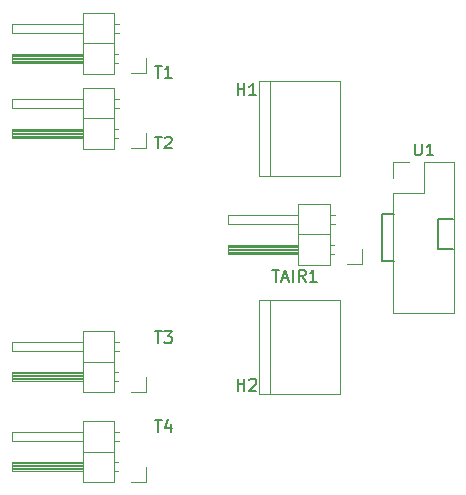
<source format=gto>
G04 #@! TF.GenerationSoftware,KiCad,Pcbnew,(5.1.6-0-10_14)*
G04 #@! TF.CreationDate,2020-08-07T14:48:58+09:00*
G04 #@! TF.ProjectId,con_lid_1x8,636f6e5f-6c69-4645-9f31-78382e6b6963,rev?*
G04 #@! TF.SameCoordinates,Original*
G04 #@! TF.FileFunction,Legend,Top*
G04 #@! TF.FilePolarity,Positive*
%FSLAX46Y46*%
G04 Gerber Fmt 4.6, Leading zero omitted, Abs format (unit mm)*
G04 Created by KiCad (PCBNEW (5.1.6-0-10_14)) date 2020-08-07 14:48:58*
%MOMM*%
%LPD*%
G01*
G04 APERTURE LIST*
%ADD10C,0.150000*%
%ADD11C,0.120000*%
G04 APERTURE END LIST*
D10*
X135000000Y-95000000D02*
X136000000Y-95000000D01*
X135000000Y-91000000D02*
X135000000Y-95000000D01*
X136000000Y-91000000D02*
X135000000Y-91000000D01*
X139700000Y-93980000D02*
X140970000Y-93980000D01*
X139700000Y-91440000D02*
X139700000Y-93980000D01*
X140970000Y-91440000D02*
X139700000Y-91440000D01*
D11*
G04 #@! TO.C,T1*
X112290000Y-79150000D02*
X112290000Y-73950000D01*
X112290000Y-73950000D02*
X109630000Y-73950000D01*
X109630000Y-73950000D02*
X109630000Y-79150000D01*
X109630000Y-79150000D02*
X112290000Y-79150000D01*
X109630000Y-78200000D02*
X103630000Y-78200000D01*
X103630000Y-78200000D02*
X103630000Y-77440000D01*
X103630000Y-77440000D02*
X109630000Y-77440000D01*
X109630000Y-78140000D02*
X103630000Y-78140000D01*
X109630000Y-78020000D02*
X103630000Y-78020000D01*
X109630000Y-77900000D02*
X103630000Y-77900000D01*
X109630000Y-77780000D02*
X103630000Y-77780000D01*
X109630000Y-77660000D02*
X103630000Y-77660000D01*
X109630000Y-77540000D02*
X103630000Y-77540000D01*
X112620000Y-78200000D02*
X112290000Y-78200000D01*
X112620000Y-77440000D02*
X112290000Y-77440000D01*
X112290000Y-76550000D02*
X109630000Y-76550000D01*
X109630000Y-75660000D02*
X103630000Y-75660000D01*
X103630000Y-75660000D02*
X103630000Y-74900000D01*
X103630000Y-74900000D02*
X109630000Y-74900000D01*
X112687071Y-75660000D02*
X112290000Y-75660000D01*
X112687071Y-74900000D02*
X112290000Y-74900000D01*
X115000000Y-77820000D02*
X115000000Y-79090000D01*
X115000000Y-79090000D02*
X113730000Y-79090000D01*
G04 #@! TO.C,T2*
X115000000Y-85440000D02*
X113730000Y-85440000D01*
X115000000Y-84170000D02*
X115000000Y-85440000D01*
X112687071Y-81250000D02*
X112290000Y-81250000D01*
X112687071Y-82010000D02*
X112290000Y-82010000D01*
X103630000Y-81250000D02*
X109630000Y-81250000D01*
X103630000Y-82010000D02*
X103630000Y-81250000D01*
X109630000Y-82010000D02*
X103630000Y-82010000D01*
X112290000Y-82900000D02*
X109630000Y-82900000D01*
X112620000Y-83790000D02*
X112290000Y-83790000D01*
X112620000Y-84550000D02*
X112290000Y-84550000D01*
X109630000Y-83890000D02*
X103630000Y-83890000D01*
X109630000Y-84010000D02*
X103630000Y-84010000D01*
X109630000Y-84130000D02*
X103630000Y-84130000D01*
X109630000Y-84250000D02*
X103630000Y-84250000D01*
X109630000Y-84370000D02*
X103630000Y-84370000D01*
X109630000Y-84490000D02*
X103630000Y-84490000D01*
X103630000Y-83790000D02*
X109630000Y-83790000D01*
X103630000Y-84550000D02*
X103630000Y-83790000D01*
X109630000Y-84550000D02*
X103630000Y-84550000D01*
X109630000Y-85500000D02*
X112290000Y-85500000D01*
X109630000Y-80300000D02*
X109630000Y-85500000D01*
X112290000Y-80300000D02*
X109630000Y-80300000D01*
X112290000Y-85500000D02*
X112290000Y-80300000D01*
G04 #@! TO.C,T3*
X112290000Y-106120000D02*
X112290000Y-100920000D01*
X112290000Y-100920000D02*
X109630000Y-100920000D01*
X109630000Y-100920000D02*
X109630000Y-106120000D01*
X109630000Y-106120000D02*
X112290000Y-106120000D01*
X109630000Y-105170000D02*
X103630000Y-105170000D01*
X103630000Y-105170000D02*
X103630000Y-104410000D01*
X103630000Y-104410000D02*
X109630000Y-104410000D01*
X109630000Y-105110000D02*
X103630000Y-105110000D01*
X109630000Y-104990000D02*
X103630000Y-104990000D01*
X109630000Y-104870000D02*
X103630000Y-104870000D01*
X109630000Y-104750000D02*
X103630000Y-104750000D01*
X109630000Y-104630000D02*
X103630000Y-104630000D01*
X109630000Y-104510000D02*
X103630000Y-104510000D01*
X112620000Y-105170000D02*
X112290000Y-105170000D01*
X112620000Y-104410000D02*
X112290000Y-104410000D01*
X112290000Y-103520000D02*
X109630000Y-103520000D01*
X109630000Y-102630000D02*
X103630000Y-102630000D01*
X103630000Y-102630000D02*
X103630000Y-101870000D01*
X103630000Y-101870000D02*
X109630000Y-101870000D01*
X112687071Y-102630000D02*
X112290000Y-102630000D01*
X112687071Y-101870000D02*
X112290000Y-101870000D01*
X115000000Y-104790000D02*
X115000000Y-106060000D01*
X115000000Y-106060000D02*
X113730000Y-106060000D01*
G04 #@! TO.C,T4*
X115000000Y-113680000D02*
X113730000Y-113680000D01*
X115000000Y-112410000D02*
X115000000Y-113680000D01*
X112687071Y-109490000D02*
X112290000Y-109490000D01*
X112687071Y-110250000D02*
X112290000Y-110250000D01*
X103630000Y-109490000D02*
X109630000Y-109490000D01*
X103630000Y-110250000D02*
X103630000Y-109490000D01*
X109630000Y-110250000D02*
X103630000Y-110250000D01*
X112290000Y-111140000D02*
X109630000Y-111140000D01*
X112620000Y-112030000D02*
X112290000Y-112030000D01*
X112620000Y-112790000D02*
X112290000Y-112790000D01*
X109630000Y-112130000D02*
X103630000Y-112130000D01*
X109630000Y-112250000D02*
X103630000Y-112250000D01*
X109630000Y-112370000D02*
X103630000Y-112370000D01*
X109630000Y-112490000D02*
X103630000Y-112490000D01*
X109630000Y-112610000D02*
X103630000Y-112610000D01*
X109630000Y-112730000D02*
X103630000Y-112730000D01*
X103630000Y-112030000D02*
X109630000Y-112030000D01*
X103630000Y-112790000D02*
X103630000Y-112030000D01*
X109630000Y-112790000D02*
X103630000Y-112790000D01*
X109630000Y-113740000D02*
X112290000Y-113740000D01*
X109630000Y-108540000D02*
X109630000Y-113740000D01*
X112290000Y-108540000D02*
X109630000Y-108540000D01*
X112290000Y-113740000D02*
X112290000Y-108540000D01*
G04 #@! TO.C,U1*
X135910000Y-86590000D02*
X137240000Y-86590000D01*
X135910000Y-87920000D02*
X135910000Y-86590000D01*
X138510000Y-86590000D02*
X141110000Y-86590000D01*
X138510000Y-89190000D02*
X138510000Y-86590000D01*
X135910000Y-89190000D02*
X138510000Y-89190000D01*
X141110000Y-86590000D02*
X141110000Y-99410000D01*
X135910000Y-89190000D02*
X135910000Y-99410000D01*
X135910000Y-99410000D02*
X141110000Y-99410000D01*
G04 #@! TO.C,H1*
X131400000Y-79750000D02*
X131400000Y-87750000D01*
X131400000Y-87750000D02*
X124600000Y-87750000D01*
X124600000Y-87750000D02*
X124600000Y-79750000D01*
X124600000Y-79750000D02*
X131400000Y-79750000D01*
X125500000Y-87750000D02*
X125500000Y-79750000D01*
G04 #@! TO.C,H2*
X125500000Y-106250000D02*
X125500000Y-98250000D01*
X124600000Y-98250000D02*
X131400000Y-98250000D01*
X124600000Y-106250000D02*
X124600000Y-98250000D01*
X131400000Y-106250000D02*
X124600000Y-106250000D01*
X131400000Y-98250000D02*
X131400000Y-106250000D01*
G04 #@! TO.C,TAIR1*
X133270000Y-95270000D02*
X132000000Y-95270000D01*
X133270000Y-94000000D02*
X133270000Y-95270000D01*
X130957071Y-91080000D02*
X130560000Y-91080000D01*
X130957071Y-91840000D02*
X130560000Y-91840000D01*
X121900000Y-91080000D02*
X127900000Y-91080000D01*
X121900000Y-91840000D02*
X121900000Y-91080000D01*
X127900000Y-91840000D02*
X121900000Y-91840000D01*
X130560000Y-92730000D02*
X127900000Y-92730000D01*
X130890000Y-93620000D02*
X130560000Y-93620000D01*
X130890000Y-94380000D02*
X130560000Y-94380000D01*
X127900000Y-93720000D02*
X121900000Y-93720000D01*
X127900000Y-93840000D02*
X121900000Y-93840000D01*
X127900000Y-93960000D02*
X121900000Y-93960000D01*
X127900000Y-94080000D02*
X121900000Y-94080000D01*
X127900000Y-94200000D02*
X121900000Y-94200000D01*
X127900000Y-94320000D02*
X121900000Y-94320000D01*
X121900000Y-93620000D02*
X127900000Y-93620000D01*
X121900000Y-94380000D02*
X121900000Y-93620000D01*
X127900000Y-94380000D02*
X121900000Y-94380000D01*
X127900000Y-95330000D02*
X130560000Y-95330000D01*
X127900000Y-90130000D02*
X127900000Y-95330000D01*
X130560000Y-90130000D02*
X127900000Y-90130000D01*
X130560000Y-95330000D02*
X130560000Y-90130000D01*
G04 #@! TO.C,T1*
D10*
X115738095Y-78452380D02*
X116309523Y-78452380D01*
X116023809Y-79452380D02*
X116023809Y-78452380D01*
X117166666Y-79452380D02*
X116595238Y-79452380D01*
X116880952Y-79452380D02*
X116880952Y-78452380D01*
X116785714Y-78595238D01*
X116690476Y-78690476D01*
X116595238Y-78738095D01*
G04 #@! TO.C,T2*
X115738095Y-84452380D02*
X116309523Y-84452380D01*
X116023809Y-85452380D02*
X116023809Y-84452380D01*
X116595238Y-84547619D02*
X116642857Y-84500000D01*
X116738095Y-84452380D01*
X116976190Y-84452380D01*
X117071428Y-84500000D01*
X117119047Y-84547619D01*
X117166666Y-84642857D01*
X117166666Y-84738095D01*
X117119047Y-84880952D01*
X116547619Y-85452380D01*
X117166666Y-85452380D01*
G04 #@! TO.C,T3*
X115738095Y-100952380D02*
X116309523Y-100952380D01*
X116023809Y-101952380D02*
X116023809Y-100952380D01*
X116547619Y-100952380D02*
X117166666Y-100952380D01*
X116833333Y-101333333D01*
X116976190Y-101333333D01*
X117071428Y-101380952D01*
X117119047Y-101428571D01*
X117166666Y-101523809D01*
X117166666Y-101761904D01*
X117119047Y-101857142D01*
X117071428Y-101904761D01*
X116976190Y-101952380D01*
X116690476Y-101952380D01*
X116595238Y-101904761D01*
X116547619Y-101857142D01*
G04 #@! TO.C,T4*
X115738095Y-108452380D02*
X116309523Y-108452380D01*
X116023809Y-109452380D02*
X116023809Y-108452380D01*
X117071428Y-108785714D02*
X117071428Y-109452380D01*
X116833333Y-108404761D02*
X116595238Y-109119047D01*
X117214285Y-109119047D01*
G04 #@! TO.C,U1*
X137748095Y-85042380D02*
X137748095Y-85851904D01*
X137795714Y-85947142D01*
X137843333Y-85994761D01*
X137938571Y-86042380D01*
X138129047Y-86042380D01*
X138224285Y-85994761D01*
X138271904Y-85947142D01*
X138319523Y-85851904D01*
X138319523Y-85042380D01*
X139319523Y-86042380D02*
X138748095Y-86042380D01*
X139033809Y-86042380D02*
X139033809Y-85042380D01*
X138938571Y-85185238D01*
X138843333Y-85280476D01*
X138748095Y-85328095D01*
G04 #@! TO.C,H1*
X122738095Y-80952380D02*
X122738095Y-79952380D01*
X122738095Y-80428571D02*
X123309523Y-80428571D01*
X123309523Y-80952380D02*
X123309523Y-79952380D01*
X124309523Y-80952380D02*
X123738095Y-80952380D01*
X124023809Y-80952380D02*
X124023809Y-79952380D01*
X123928571Y-80095238D01*
X123833333Y-80190476D01*
X123738095Y-80238095D01*
G04 #@! TO.C,H2*
X122738095Y-105952380D02*
X122738095Y-104952380D01*
X122738095Y-105428571D02*
X123309523Y-105428571D01*
X123309523Y-105952380D02*
X123309523Y-104952380D01*
X123738095Y-105047619D02*
X123785714Y-105000000D01*
X123880952Y-104952380D01*
X124119047Y-104952380D01*
X124214285Y-105000000D01*
X124261904Y-105047619D01*
X124309523Y-105142857D01*
X124309523Y-105238095D01*
X124261904Y-105380952D01*
X123690476Y-105952380D01*
X124309523Y-105952380D01*
G04 #@! TO.C,TAIR1*
X125686428Y-95722380D02*
X126257857Y-95722380D01*
X125972142Y-96722380D02*
X125972142Y-95722380D01*
X126543571Y-96436666D02*
X127019761Y-96436666D01*
X126448333Y-96722380D02*
X126781666Y-95722380D01*
X127115000Y-96722380D01*
X127448333Y-96722380D02*
X127448333Y-95722380D01*
X128495952Y-96722380D02*
X128162619Y-96246190D01*
X127924523Y-96722380D02*
X127924523Y-95722380D01*
X128305476Y-95722380D01*
X128400714Y-95770000D01*
X128448333Y-95817619D01*
X128495952Y-95912857D01*
X128495952Y-96055714D01*
X128448333Y-96150952D01*
X128400714Y-96198571D01*
X128305476Y-96246190D01*
X127924523Y-96246190D01*
X129448333Y-96722380D02*
X128876904Y-96722380D01*
X129162619Y-96722380D02*
X129162619Y-95722380D01*
X129067380Y-95865238D01*
X128972142Y-95960476D01*
X128876904Y-96008095D01*
G04 #@! TD*
M02*

</source>
